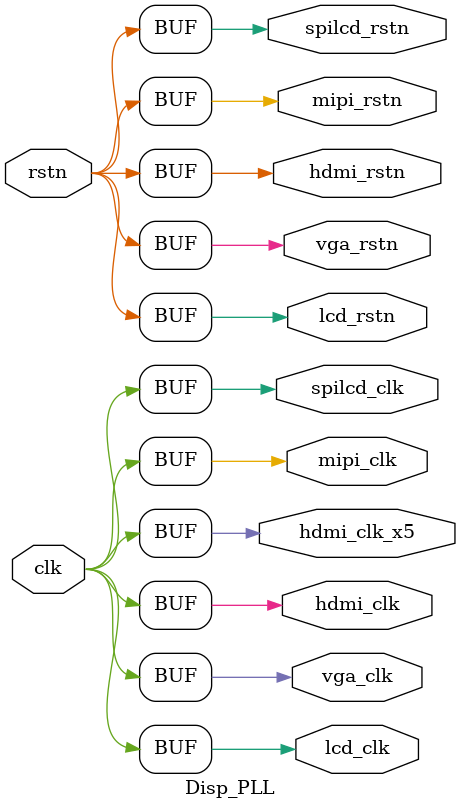
<source format=v>
`timescale 1ns / 1ps

module Disp_PLL (
    input wire clk,  // Ê±ÖÓ
    input wire rstn, // ¸´Î»£¬µÍµçÆ½ÓÐÐ§

    output wire lcd_clk,     // LCD Ê±ÖÓ
    output wire lcd_rstn,    // LCD ¸´Î»£¬µÍµçÆ½ÓÐÐ§
    output wire vga_clk,     // VGA Ê±ÖÓ
    output wire vga_rstn,    // VGA ¸´Î»£¬µÍµçÆ½ÓÐÐ§
    output wire hdmi_clk,    // HDMI Ê±ÖÓ
    output wire hdmi_clk_x5, // HDMI Ê±ÖÓ x5
    output wire hdmi_rstn,   // HDMI ¸´Î»£¬µÍµçÆ½ÓÐÐ§
    output wire mipi_clk,    // MIPI Ê±ÖÓ
    output wire mipi_rstn,   // MIPI ¸´Î»£¬µÍµçÆ½ÓÐÐ§
    output wire spilcd_clk,  // SPI LCD Ê±ÖÓ
    output wire spilcd_rstn  // SPI LCD ¸´Î»£¬µÍµçÆ½ÓÐÐ§
);

    assign lcd_clk = clk;
    assign hdmi_clk_x5 = clk;
    assign lcd_rstn = rstn;
    assign vga_clk = clk;
    assign vga_rstn = rstn;
    assign hdmi_clk = clk;
    assign hdmi_rstn = rstn;
    assign mipi_clk = clk;
    assign mipi_rstn = rstn;
    assign spilcd_clk = clk;
    assign spilcd_rstn = rstn;

endmodule

</source>
